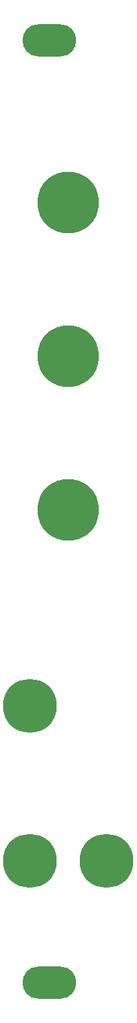
<source format=gbr>
%TF.GenerationSoftware,KiCad,Pcbnew,6.0.11+dfsg-1~bpo11+1*%
%TF.CreationDate,2023-04-14T10:24:36+08:00*%
%TF.ProjectId,MiniVerb - Front,4d696e69-5665-4726-9220-2d2046726f6e,rev?*%
%TF.SameCoordinates,Original*%
%TF.FileFunction,Soldermask,Top*%
%TF.FilePolarity,Negative*%
%FSLAX46Y46*%
G04 Gerber Fmt 4.6, Leading zero omitted, Abs format (unit mm)*
G04 Created by KiCad (PCBNEW 6.0.11+dfsg-1~bpo11+1) date 2023-04-14 10:24:36*
%MOMM*%
%LPD*%
G01*
G04 APERTURE LIST*
%ADD10O,7.000000X4.200000*%
%ADD11C,7.000000*%
%ADD12C,8.000000*%
G04 APERTURE END LIST*
D10*
%TO.C,REF\u002A\u002A*%
X139649067Y-162545933D03*
X139649067Y-40045933D03*
%TD*%
D11*
%TO.C,REF\u002A\u002A*%
X137149067Y-126595933D03*
%TD*%
D12*
%TO.C,REF\u002A\u002A*%
X142149067Y-61095933D03*
%TD*%
%TO.C,REF\u002A\u002A*%
X142149067Y-101095933D03*
%TD*%
D11*
%TO.C,REF\u002A\u002A*%
X147149067Y-146695933D03*
%TD*%
%TO.C,REF\u002A\u002A*%
X137149067Y-146695933D03*
%TD*%
D12*
%TO.C,REF\u002A\u002A*%
X142099067Y-81095933D03*
%TD*%
M02*

</source>
